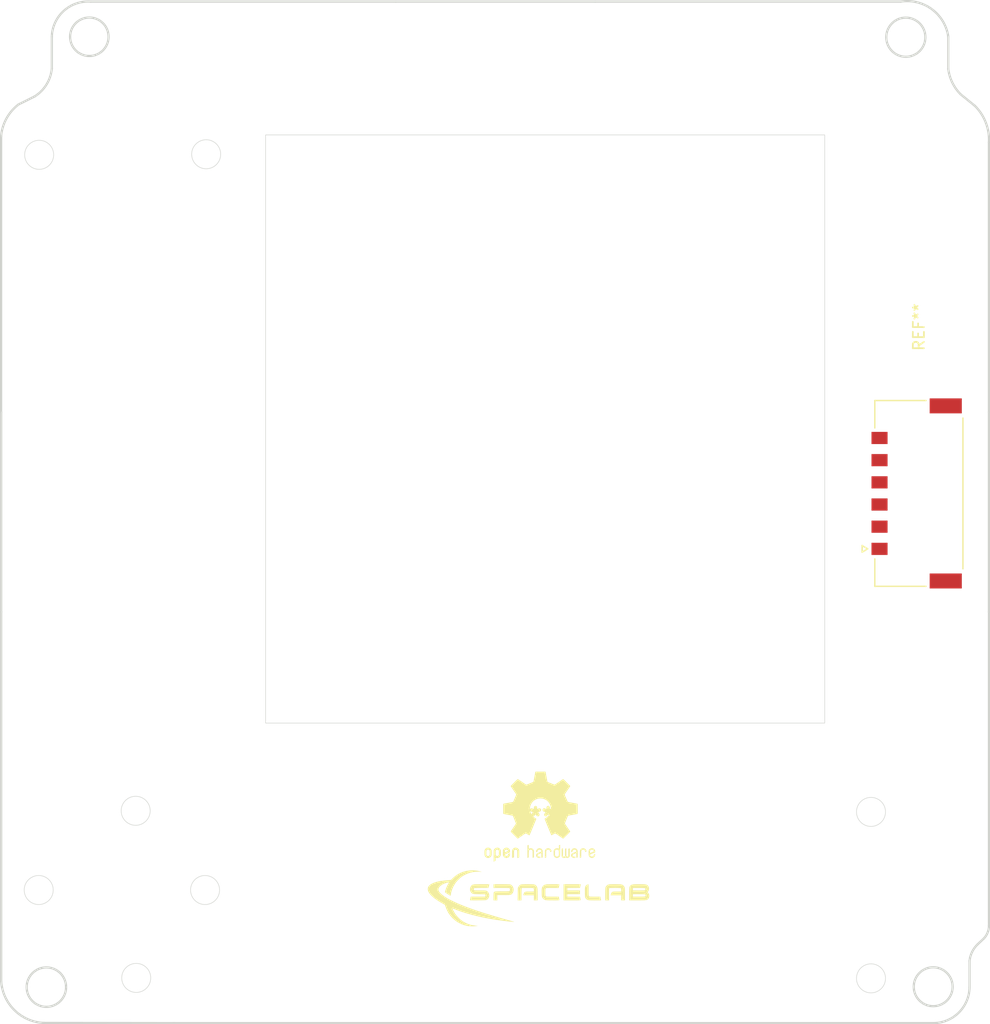
<source format=kicad_pcb>
(kicad_pcb (version 20240108) (generator "pcbnew") (generator_version "8.0")
  (layers (0 "F.Cu" signal) (31 "B.Cu" signal) (34 "B.Paste" user) (35 "F.Paste" user) (36 "B.SilkS" user "B.Silkscreen") (37 "F.SilkS" user "F.Silkscreen") (38 "B.Mask" user) (39 "F.Mask" user) (44 "Edge.Cuts" user))
  (net 0 "")
  (footprint "adcscoil:open_hardware_logo" (layer "F.Cu") (at 154.17 126.29)
    (property "Reference" "G***" (at 0 0 0) (layer "F.SilkS") (effects (font (size 1.5 1.5) (thickness 0.3))))
    (property "Value" "LOGO" (hide yes))
  )
  (footprint "adcscoil:SpaceLab_logo" (layer "F.Cu") (at 154.05 133.66)
    (property "Reference" "G***" (hide yes))
    (property "Value" "LOGO" (hide yes))
  )
  (footprint "Library:MOLEX_2053380006" (layer "F.Cu") (at 188.37 97.14 -90)
    (property "Reference" "REF**" (at -15 0 90) (layer "F.SilkS"))
    (property "Value" "MOLEX_2053380006")
    (pad "1" smd rect (at 5 3.55 270) (size 1.1 1.45) (layers "F.Cu" "F.Paste"))
    (pad "2" smd rect (at 3 3.55 270) (size 1.1 1.45) (layers "F.Cu" "F.Paste"))
    (pad "3" smd rect (at 1 3.55 270) (size 1.1 1.45) (layers "F.Cu" "F.Paste"))
    (pad "4" smd rect (at -1 3.55 270) (size 1.1 1.45) (layers "F.Cu" "F.Paste"))
    (pad "5" smd rect (at -3 3.55 270) (size 1.1 1.45) (layers "F.Cu" "F.Paste"))
    (pad "6" smd rect (at -5 3.55 270) (size 1.1 1.45) (layers "F.Cu" "F.Paste"))
    (pad "S1" smd rect (at 7.895 -2.425 270) (size 1.35 2.9) (layers "F.Cu" "F.Paste"))
    (pad "S2" smd rect (at -7.895 -2.425 270) (size 1.35 2.9) (layers "F.Cu" "F.Paste"))
  )
  (gr_line (start 105.557 64.946) (end 105.557 89.822) (stroke (width 0.2)) (layer "Edge.Cuts"))
  (gr_circle (center 117.75 140.83) (end 117.905 139.53) (stroke (width 0.05)) (fill none) (layer "Edge.Cuts"))
  (gr_arc (start 192.15148 61.160396) (mid 191.394912 60.103876) (end 191.023784 58.858528) (stroke (width 0.2)) (layer "Edge.Cuts"))
  (gr_line (start 186.733 52.791) (end 159.17 52.791) (stroke (width 0.2)) (layer "Edge.Cuts"))
  (gr_line (start 105.565 107.823) (end 105.565 89.822) (stroke (width 0.2)) (layer "Edge.Cuts"))
  (gr_rect (start 129.425 64.81) (end 179.875 117.85) (stroke (width 0.05)) (fill none) (layer "Edge.Cuts"))
  (gr_arc (start 110.130407 58.844231) (mid 109.649795 60.27007) (end 108.588817 61.336996) (stroke (width 0.2)) (layer "Edge.Cuts"))
  (gr_arc (start 193.430474 62.195285) (mid 194.412416 63.705785) (end 194.693717 65.485305) (stroke (width 0.2)) (layer "Edge.Cuts"))
  (gr_circle (center 117.7 125.76) (end 117.855 124.46) (stroke (width 0.05)) (fill none) (layer "Edge.Cuts"))
  (gr_circle (center 123.96 132.905) (end 125.26 133.06) (stroke (width 0.05)) (fill none) (layer "Edge.Cuts"))
  (gr_line (start 141.151 52.791) (end 113.645 52.791) (stroke (width 0.2)) (layer "Edge.Cuts"))
  (gr_circle (center 184.05 125.86) (end 184.205 124.56) (stroke (width 0.05)) (fill none) (layer "Edge.Cuts"))
  (gr_circle (center 189.663 141.6262) (end 189.663 139.87075) (stroke (width 0.2)) (fill none) (layer "Edge.Cuts"))
  (gr_line (start 179.128 144.9065) (end 189.718 144.9065) (stroke (width 0.2)) (layer "Edge.Cuts"))
  (gr_line (start 110.13 55.95) (end 110.13 58.844) (stroke (width 0.2)) (layer "Edge.Cuts"))
  (gr_line (start 179.128 144.9065) (end 121.172 144.9065) (stroke (width 0.2)) (layer "Edge.Cuts"))
  (gr_circle (center 108.99 66.605) (end 110.29 66.76) (stroke (width 0.05)) (fill none) (layer "Edge.Cuts"))
  (gr_circle (center 124.06 66.555) (end 125.36 66.71) (stroke (width 0.05)) (fill none) (layer "Edge.Cuts"))
  (gr_arc (start 192.94353 141.661523) (mid 191.989614 143.939205) (end 189.717566 144.906466) (stroke (width 0.2)) (layer "Edge.Cuts"))
  (gr_line (start 194.6935 89.814) (end 194.6935 65.485) (stroke (width 0.2)) (layer "Edge.Cuts"))
  (gr_line (start 105.565 107.823) (end 105.565 141.1464) (stroke (width 0.2)) (layer "Edge.Cuts"))
  (gr_line (start 108.589 61.337) (end 107.137 62.058) (stroke (width 0.2)) (layer "Edge.Cuts"))
  (gr_arc (start 192.943837 139.293683) (mid 193.182416 138.472778) (end 193.689891 137.784829) (stroke (width 0.2)) (layer "Edge.Cuts"))
  (gr_arc (start 105.55677 64.945657) (mid 106.039648 63.333659) (end 107.13714 62.058035) (stroke (width 0.2)) (layer "Edge.Cuts"))
  (gr_line (start 192.9438 141.6615) (end 192.9438 139.2936) (stroke (width 0.2)) (layer "Edge.Cuts"))
  (gr_line (start 191.0238 58.858) (end 191.0238 55.945) (stroke (width 0.2)) (layer "Edge.Cuts"))
  (gr_arc (start 194.69581 136.102491) (mid 194.579129 136.7257) (end 194.244885 137.264482) (stroke (width 0.2)) (layer "Edge.Cuts"))
  (gr_circle (center 113.517 55.96) (end 113.517 54.22433) (stroke (width 0.2)) (fill none) (layer "Edge.Cuts"))
  (gr_circle (center 108.95 132.905) (end 110.25 133.06) (stroke (width 0.05)) (fill none) (layer "Edge.Cuts"))
  (gr_arc (start 109.428341 144.891138) (mid 106.781095 143.757105) (end 105.565367 141.146368) (stroke (width 0.2)) (layer "Edge.Cuts"))
  (gr_line (start 109.428 144.8911) (end 121.172 144.9065) (stroke (width 0.2)) (layer "Edge.Cuts"))
  (gr_arc (start 110.130402 55.950226) (mid 111.215295 53.622805) (end 113.644749 52.791162) (stroke (width 0.2)) (layer "Edge.Cuts"))
  (gr_arc (start 186.733614 52.790974) (mid 189.537768 53.471777) (end 191.023986 55.945222) (stroke (width 0.2)) (layer "Edge.Cuts"))
  (gr_line (start 193.4303 62.195) (end 192.1515 61.16) (stroke (width 0.2)) (layer "Edge.Cuts"))
  (gr_circle (center 109.641 141.6615) (end 109.641 139.88193) (stroke (width 0.2)) (fill none) (layer "Edge.Cuts"))
  (gr_line (start 194.6935 89.814) (end 194.6935 107.821) (stroke (width 0.2)) (layer "Edge.Cuts"))
  (gr_line (start 141.151 52.791) (end 159.17 52.791) (stroke (width 0.2)) (layer "Edge.Cuts"))
  (gr_circle (center 187.193 56) (end 187.193 54.23416) (stroke (width 0.2)) (fill none) (layer "Edge.Cuts"))
  (gr_line (start 194.6958 136.1025) (end 194.6958 107.821) (stroke (width 0.2)) (layer "Edge.Cuts"))
  (gr_circle (center 184.05 140.87) (end 184.205 139.57) (stroke (width 0.05)) (fill none) (layer "Edge.Cuts"))
  (gr_line (start 193.6898 137.7848) (end 194.2448 137.2645) (stroke (width 0.2)) (layer "Edge.Cuts"))
)
</source>
